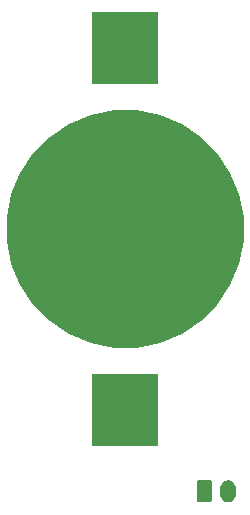
<source format=gbr>
G04 #@! TF.GenerationSoftware,KiCad,Pcbnew,(5.1.5)-3*
G04 #@! TF.CreationDate,2021-03-30T01:11:32+08:00*
G04 #@! TF.ProjectId,parasite,70617261-7369-4746-952e-6b696361645f,1.1.0*
G04 #@! TF.SameCoordinates,Original*
G04 #@! TF.FileFunction,Soldermask,Bot*
G04 #@! TF.FilePolarity,Negative*
%FSLAX46Y46*%
G04 Gerber Fmt 4.6, Leading zero omitted, Abs format (unit mm)*
G04 Created by KiCad (PCBNEW (5.1.5)-3) date 2021-03-30 01:11:32*
%MOMM*%
%LPD*%
G04 APERTURE LIST*
%ADD10C,0.100000*%
G04 APERTURE END LIST*
D10*
G36*
X126627617Y-93583420D02*
G01*
X126708399Y-93607925D01*
X126750335Y-93620646D01*
X126863424Y-93681094D01*
X126962554Y-93762447D01*
X127043906Y-93861575D01*
X127104354Y-93974664D01*
X127114040Y-94006596D01*
X127141580Y-94097382D01*
X127151000Y-94193027D01*
X127151000Y-94806973D01*
X127141580Y-94902618D01*
X127114040Y-94993404D01*
X127104354Y-95025336D01*
X127043906Y-95138425D01*
X126962554Y-95237554D01*
X126863425Y-95318906D01*
X126750336Y-95379354D01*
X126718404Y-95389040D01*
X126627618Y-95416580D01*
X126500000Y-95429149D01*
X126372383Y-95416580D01*
X126281597Y-95389040D01*
X126249665Y-95379354D01*
X126136576Y-95318906D01*
X126037447Y-95237554D01*
X125956096Y-95138427D01*
X125956095Y-95138425D01*
X125895647Y-95025336D01*
X125895645Y-95025333D01*
X125883237Y-94984427D01*
X125858420Y-94902618D01*
X125849000Y-94806973D01*
X125849000Y-94193028D01*
X125858420Y-94097383D01*
X125895645Y-93974669D01*
X125895646Y-93974665D01*
X125956094Y-93861576D01*
X126037447Y-93762446D01*
X126136575Y-93681094D01*
X126249664Y-93620646D01*
X126291600Y-93607925D01*
X126372382Y-93583420D01*
X126500000Y-93570851D01*
X126627617Y-93583420D01*
G37*
G36*
X124991242Y-93578404D02*
G01*
X125028337Y-93589657D01*
X125062515Y-93607925D01*
X125092481Y-93632519D01*
X125117075Y-93662485D01*
X125135343Y-93696663D01*
X125146596Y-93733758D01*
X125151000Y-93778474D01*
X125151000Y-95221526D01*
X125146596Y-95266242D01*
X125135343Y-95303337D01*
X125117075Y-95337515D01*
X125092481Y-95367481D01*
X125062515Y-95392075D01*
X125028337Y-95410343D01*
X124991242Y-95421596D01*
X124946526Y-95426000D01*
X124053474Y-95426000D01*
X124008758Y-95421596D01*
X123971663Y-95410343D01*
X123937485Y-95392075D01*
X123907519Y-95367481D01*
X123882925Y-95337515D01*
X123864657Y-95303337D01*
X123853404Y-95266242D01*
X123849000Y-95221526D01*
X123849000Y-93778474D01*
X123853404Y-93733758D01*
X123864657Y-93696663D01*
X123882925Y-93662485D01*
X123907519Y-93632519D01*
X123937485Y-93607925D01*
X123971663Y-93589657D01*
X124008758Y-93578404D01*
X124053474Y-93574000D01*
X124946526Y-93574000D01*
X124991242Y-93578404D01*
G37*
G36*
X120600999Y-90651000D02*
G01*
X114999001Y-90651000D01*
X114999001Y-84549000D01*
X120600999Y-84549000D01*
X120600999Y-90651000D01*
G37*
G36*
X120731767Y-62635254D02*
G01*
X122560932Y-63392919D01*
X122560934Y-63392920D01*
X124207139Y-64492879D01*
X125607121Y-65892861D01*
X126707080Y-67539066D01*
X126707081Y-67539068D01*
X127464746Y-69368233D01*
X127851000Y-71310062D01*
X127851000Y-73289938D01*
X127464746Y-75231767D01*
X126707081Y-77060932D01*
X126707080Y-77060934D01*
X125607121Y-78707139D01*
X124207139Y-80107121D01*
X122560934Y-81207080D01*
X122560933Y-81207081D01*
X122560932Y-81207081D01*
X120731767Y-81964746D01*
X118789938Y-82351000D01*
X116810062Y-82351000D01*
X114868233Y-81964746D01*
X113039068Y-81207081D01*
X113039067Y-81207081D01*
X113039066Y-81207080D01*
X111392861Y-80107121D01*
X109992879Y-78707139D01*
X108892920Y-77060934D01*
X108892919Y-77060932D01*
X108135254Y-75231767D01*
X107749000Y-73289938D01*
X107749000Y-71310062D01*
X108135254Y-69368233D01*
X108892919Y-67539068D01*
X108892920Y-67539066D01*
X109992879Y-65892861D01*
X111392861Y-64492879D01*
X113039066Y-63392920D01*
X113039068Y-63392919D01*
X114868233Y-62635254D01*
X116810062Y-62249000D01*
X118789938Y-62249000D01*
X120731767Y-62635254D01*
G37*
G36*
X120600999Y-60051000D02*
G01*
X114999001Y-60051000D01*
X114999001Y-53949000D01*
X120600999Y-53949000D01*
X120600999Y-60051000D01*
G37*
M02*

</source>
